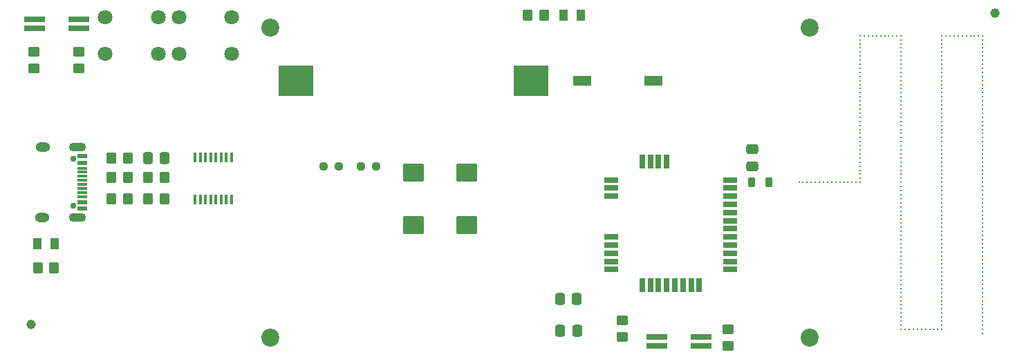
<source format=gbr>
%TF.GenerationSoftware,KiCad,Pcbnew,8.0.4*%
%TF.CreationDate,2024-08-17T13:27:17+02:00*%
%TF.ProjectId,letterboxsensor,6c657474-6572-4626-9f78-73656e736f72,rev?*%
%TF.SameCoordinates,Original*%
%TF.FileFunction,Soldermask,Top*%
%TF.FilePolarity,Negative*%
%FSLAX46Y46*%
G04 Gerber Fmt 4.6, Leading zero omitted, Abs format (unit mm)*
G04 Created by KiCad (PCBNEW 8.0.4) date 2024-08-17 13:27:17*
%MOMM*%
%LPD*%
G01*
G04 APERTURE LIST*
G04 Aperture macros list*
%AMRoundRect*
0 Rectangle with rounded corners*
0 $1 Rounding radius*
0 $2 $3 $4 $5 $6 $7 $8 $9 X,Y pos of 4 corners*
0 Add a 4 corners polygon primitive as box body*
4,1,4,$2,$3,$4,$5,$6,$7,$8,$9,$2,$3,0*
0 Add four circle primitives for the rounded corners*
1,1,$1+$1,$2,$3*
1,1,$1+$1,$4,$5*
1,1,$1+$1,$6,$7*
1,1,$1+$1,$8,$9*
0 Add four rect primitives between the rounded corners*
20,1,$1+$1,$2,$3,$4,$5,0*
20,1,$1+$1,$4,$5,$6,$7,0*
20,1,$1+$1,$6,$7,$8,$9,0*
20,1,$1+$1,$8,$9,$2,$3,0*%
G04 Aperture macros list end*
%ADD10C,2.200000*%
%ADD11C,1.152000*%
%ADD12RoundRect,0.250000X-0.450000X0.350000X-0.450000X-0.350000X0.450000X-0.350000X0.450000X0.350000X0*%
%ADD13RoundRect,0.250000X-0.350000X-0.450000X0.350000X-0.450000X0.350000X0.450000X-0.350000X0.450000X0*%
%ADD14RoundRect,0.250000X0.450000X-0.350000X0.450000X0.350000X-0.450000X0.350000X-0.450000X-0.350000X0*%
%ADD15RoundRect,0.250000X-0.337500X-0.475000X0.337500X-0.475000X0.337500X0.475000X-0.337500X0.475000X0*%
%ADD16RoundRect,0.250000X0.337500X0.475000X-0.337500X0.475000X-0.337500X-0.475000X0.337500X-0.475000X0*%
%ADD17RoundRect,0.250000X-1.025000X0.875000X-1.025000X-0.875000X1.025000X-0.875000X1.025000X0.875000X0*%
%ADD18C,0.750013*%
%ADD19O,2.100000X1.100000*%
%ADD20O,1.800000X1.200000*%
%ADD21R,1.300000X0.600000*%
%ADD22R,1.300000X0.300000*%
%ADD23C,1.800000*%
%ADD24RoundRect,0.237500X0.250000X0.237500X-0.250000X0.237500X-0.250000X-0.237500X0.250000X-0.237500X0*%
%ADD25R,1.000000X1.399543*%
%ADD26R,4.200000X3.800000*%
%ADD27R,1.800000X0.800000*%
%ADD28R,0.800000X1.800000*%
%ADD29RoundRect,0.250000X0.475000X-0.337500X0.475000X0.337500X-0.475000X0.337500X-0.475000X-0.337500X0*%
%ADD30C,0.300000*%
%ADD31R,2.500000X0.650013*%
%ADD32R,2.300000X1.300000*%
%ADD33RoundRect,0.218750X0.218750X0.381250X-0.218750X0.381250X-0.218750X-0.381250X0.218750X-0.381250X0*%
%ADD34RoundRect,0.250000X0.350000X0.450000X-0.350000X0.450000X-0.350000X-0.450000X0.350000X-0.450000X0*%
%ADD35R,0.400000X1.200000*%
G04 APERTURE END LIST*
D10*
%TO.C,H4*%
X168000000Y-84000000D03*
%TD*%
%TO.C,H3*%
X168000000Y-46000000D03*
%TD*%
%TO.C,H2*%
X102000000Y-84000000D03*
%TD*%
%TO.C,H1*%
X102000000Y-46000000D03*
%TD*%
D11*
%TO.C,H6*%
X72650000Y-82380000D03*
%TD*%
%TO.C,H5*%
X190730000Y-44200000D03*
%TD*%
D12*
%TO.C,R10*%
X78500000Y-49000000D03*
X78500000Y-51000000D03*
%TD*%
D13*
%TO.C,R12*%
X87000000Y-67000000D03*
X89000000Y-67000000D03*
%TD*%
%TO.C,R5*%
X133500000Y-44500000D03*
X135500000Y-44500000D03*
%TD*%
D14*
%TO.C,R9*%
X73000000Y-51000000D03*
X73000000Y-49000000D03*
%TD*%
D15*
%TO.C,C1*%
X137450000Y-83150000D03*
X139525000Y-83150000D03*
%TD*%
D16*
%TO.C,C3*%
X89037500Y-62000000D03*
X86962500Y-62000000D03*
%TD*%
D17*
%TO.C,C4*%
X119500000Y-63800000D03*
X119500000Y-70200000D03*
%TD*%
D18*
%TO.C,U1*%
X77812948Y-62100965D03*
X77812948Y-67881001D03*
D19*
X78313049Y-60665989D03*
D20*
X74112948Y-60665989D03*
D19*
X78313049Y-69316002D03*
D20*
X74058947Y-69333985D03*
D21*
X78963037Y-61791085D03*
X78963037Y-62590932D03*
D22*
X78963037Y-63741046D03*
X78963037Y-64741046D03*
X78963037Y-65240919D03*
X78964053Y-66240665D03*
D21*
X78963291Y-67391034D03*
X78963037Y-68190881D03*
D22*
X78963037Y-66741046D03*
X78963037Y-65741046D03*
X78963037Y-64240919D03*
X78964053Y-63240919D03*
%TD*%
D23*
%TO.C,SW2*%
X90750064Y-44750064D03*
X97249936Y-44750064D03*
X90750064Y-49249936D03*
X97249936Y-49249936D03*
%TD*%
D24*
%TO.C,R3*%
X114912500Y-63000000D03*
X113087500Y-63000000D03*
%TD*%
D13*
%TO.C,R1*%
X82500000Y-64350000D03*
X84500000Y-64350000D03*
%TD*%
D25*
%TO.C,D1*%
X140000000Y-44500000D03*
X137899416Y-44500000D03*
%TD*%
D26*
%TO.C,BT1*%
X133885065Y-52500000D03*
X105114935Y-52500000D03*
%TD*%
D17*
%TO.C,C5*%
X126000000Y-63800000D03*
X126000000Y-70200000D03*
%TD*%
D27*
%TO.C,U5*%
X158287656Y-75679959D03*
X158287656Y-74679959D03*
X158287656Y-73679959D03*
X158287656Y-72679959D03*
X158287656Y-71679959D03*
X158287656Y-70679959D03*
X158287656Y-69679959D03*
X158287656Y-68679959D03*
X158287656Y-67679959D03*
X158287656Y-66679959D03*
X158287656Y-65679959D03*
X158287656Y-64679959D03*
D28*
X150500000Y-62431293D03*
X149500000Y-62431293D03*
X148500000Y-62431293D03*
X147500000Y-62431293D03*
D27*
X143712598Y-64679959D03*
X143712344Y-65679451D03*
X143712598Y-66679959D03*
X143712598Y-71679959D03*
X143712598Y-72679959D03*
X143712598Y-73679959D03*
X143712598Y-74679959D03*
X143712598Y-75679959D03*
D28*
X147500000Y-77568707D03*
X148500000Y-77568707D03*
X149500000Y-77568707D03*
X150500000Y-77568707D03*
X151500000Y-77568707D03*
X152500000Y-77568707D03*
X153500000Y-77568707D03*
X154500000Y-77568707D03*
%TD*%
D29*
%TO.C,C6*%
X161000000Y-63000000D03*
X161000000Y-60925000D03*
%TD*%
D24*
%TO.C,R4*%
X110325000Y-63000000D03*
X108500000Y-63000000D03*
%TD*%
D30*
%TO.C,AE1*%
X189200000Y-47000000D03*
X188700000Y-47000000D03*
X188200000Y-47000000D03*
X187700000Y-47000000D03*
X187200000Y-47000000D03*
X186700000Y-47000000D03*
X186200000Y-47000000D03*
X185700000Y-47000000D03*
X185200000Y-47000000D03*
X184700000Y-47000000D03*
X184200000Y-47000000D03*
X179200000Y-47000000D03*
X178700000Y-47000000D03*
X178200000Y-47000000D03*
X177700000Y-47000000D03*
X177200000Y-47000000D03*
X176700000Y-47000000D03*
X176200000Y-47000000D03*
X175700000Y-47000000D03*
X175200000Y-47000000D03*
X174700000Y-47000000D03*
X174200000Y-47000000D03*
X189200000Y-47500000D03*
X184200000Y-47500000D03*
X179200000Y-47500000D03*
X174200000Y-47500000D03*
X189200000Y-48000000D03*
X184200000Y-48000000D03*
X179200000Y-48000000D03*
X174200000Y-48000000D03*
X189200000Y-48500000D03*
X184200000Y-48500000D03*
X179200000Y-48500000D03*
X174200000Y-48500000D03*
X189200000Y-49000000D03*
X184200000Y-49000000D03*
X179200000Y-49000000D03*
X174200000Y-49000000D03*
X189200000Y-49500000D03*
X184200000Y-49500000D03*
X179200000Y-49500000D03*
X174200000Y-49500000D03*
X189200000Y-50000000D03*
X184200000Y-50000000D03*
X179200000Y-50000000D03*
X174200000Y-50000000D03*
X189200000Y-50500000D03*
X184200000Y-50500000D03*
X179200000Y-50500000D03*
X174200000Y-50500000D03*
X189200000Y-51000000D03*
X184200000Y-51000000D03*
X179200000Y-51000000D03*
X174200000Y-51000000D03*
X189200000Y-51500000D03*
X184200000Y-51500000D03*
X179200000Y-51500000D03*
X174200000Y-51500000D03*
X189200000Y-52000000D03*
X184200000Y-52000000D03*
X179200000Y-52000000D03*
X174200000Y-52000000D03*
X189200000Y-52500000D03*
X184200000Y-52500000D03*
X179200000Y-52500000D03*
X174200000Y-52500000D03*
X189200000Y-53000000D03*
X184200000Y-53000000D03*
X179200000Y-53000000D03*
X174200000Y-53000000D03*
X189200000Y-53500000D03*
X184200000Y-53500000D03*
X179200000Y-53500000D03*
X174200000Y-53500000D03*
X189200000Y-54000000D03*
X184200000Y-54000000D03*
X179200000Y-54000000D03*
X174200000Y-54000000D03*
X189200000Y-54500000D03*
X184200000Y-54500000D03*
X179200000Y-54500000D03*
X174200000Y-54500000D03*
X189200000Y-55000000D03*
X184200000Y-55000000D03*
X179200000Y-55000000D03*
X174200000Y-55000000D03*
X189200000Y-55500000D03*
X184200000Y-55500000D03*
X179200000Y-55500000D03*
X174200000Y-55500000D03*
X189200000Y-56000000D03*
X184200000Y-56000000D03*
X179200000Y-56000000D03*
X174200000Y-56000000D03*
X189200000Y-56500000D03*
X184200000Y-56500000D03*
X179200000Y-56500000D03*
X174200000Y-56500000D03*
X189200000Y-57000000D03*
X184200000Y-57000000D03*
X179200000Y-57000000D03*
X174200000Y-57000000D03*
X189200000Y-57500000D03*
X184200000Y-57500000D03*
X179200000Y-57500000D03*
X174200000Y-57500000D03*
X189200000Y-58000000D03*
X184200000Y-58000000D03*
X179200000Y-58000000D03*
X174200000Y-58000000D03*
X189200000Y-58500000D03*
X184200000Y-58500000D03*
X179200000Y-58500000D03*
X174200000Y-58500000D03*
X189200000Y-59000000D03*
X184200000Y-59000000D03*
X179200000Y-59000000D03*
X174200000Y-59000000D03*
X189200000Y-59500000D03*
X184200000Y-59500000D03*
X179200000Y-59500000D03*
X174200000Y-59500000D03*
X189200000Y-60000000D03*
X184200000Y-60000000D03*
X179200000Y-60000000D03*
X174200000Y-60000000D03*
X189200000Y-60500000D03*
X184200000Y-60500000D03*
X179200000Y-60500000D03*
X174200000Y-60500000D03*
X189200000Y-61000000D03*
X184200000Y-61000000D03*
X179200000Y-61000000D03*
X174200000Y-61000000D03*
X189200000Y-61500000D03*
X184200000Y-61500000D03*
X179200000Y-61500000D03*
X174200000Y-61500000D03*
X189200000Y-62000000D03*
X184200000Y-62000000D03*
X179200000Y-62000000D03*
X174200000Y-62000000D03*
X189200000Y-62500000D03*
X184200000Y-62500000D03*
X179200000Y-62500000D03*
X174200000Y-62500000D03*
X189200000Y-63000000D03*
X184200000Y-63000000D03*
X179200000Y-63000000D03*
X174200000Y-63000000D03*
X189200000Y-63500000D03*
X184200000Y-63500000D03*
X179200000Y-63500000D03*
X174200000Y-63500000D03*
X189200000Y-64000000D03*
X184200000Y-64000000D03*
X179200000Y-64000000D03*
X174200000Y-64000000D03*
X189200000Y-64500000D03*
X184200000Y-64500000D03*
X179200000Y-64500000D03*
X174200000Y-64500000D03*
X189200000Y-65000000D03*
X184200000Y-65000000D03*
X179200000Y-65000000D03*
X174200000Y-65000000D03*
X173700000Y-65000000D03*
X173200000Y-65000000D03*
X172700000Y-65000000D03*
X172200000Y-65000000D03*
X171700000Y-65000000D03*
X171200000Y-65000000D03*
X170700000Y-65000000D03*
X170200000Y-65000000D03*
X169700000Y-65000000D03*
X169200000Y-65000000D03*
X168700000Y-65000000D03*
X168200000Y-65000000D03*
X167700000Y-65000000D03*
X167200000Y-65000000D03*
X166700000Y-65000000D03*
X189200000Y-65500000D03*
X184200000Y-65500000D03*
X179200000Y-65500000D03*
X189200000Y-66000000D03*
X184200000Y-66000000D03*
X179200000Y-66000000D03*
X189200000Y-66500000D03*
X184200000Y-66500000D03*
X179200000Y-66500000D03*
X189200000Y-67000000D03*
X184200000Y-67000000D03*
X179200000Y-67000000D03*
X189200000Y-67500000D03*
X184200000Y-67500000D03*
X179200000Y-67500000D03*
X189200000Y-68000000D03*
X184200000Y-68000000D03*
X179200000Y-68000000D03*
X189200000Y-68500000D03*
X184200000Y-68500000D03*
X179200000Y-68500000D03*
X189200000Y-69000000D03*
X184200000Y-69000000D03*
X179200000Y-69000000D03*
X189200000Y-69500000D03*
X184200000Y-69500000D03*
X179200000Y-69500000D03*
X189200000Y-70000000D03*
X184200000Y-70000000D03*
X179200000Y-70000000D03*
X189200000Y-70500000D03*
X184200000Y-70500000D03*
X179200000Y-70500000D03*
X189200000Y-71000000D03*
X184200000Y-71000000D03*
X179200000Y-71000000D03*
X189200000Y-71500000D03*
X184200000Y-71500000D03*
X179200000Y-71500000D03*
X189200000Y-72000000D03*
X184200000Y-72000000D03*
X179200000Y-72000000D03*
X189200000Y-72500000D03*
X184200000Y-72500000D03*
X179200000Y-72500000D03*
X189200000Y-73000000D03*
X184200000Y-73000000D03*
X179200000Y-73000000D03*
X189200000Y-73500000D03*
X184200000Y-73500000D03*
X179200000Y-73500000D03*
X189200000Y-74000000D03*
X184200000Y-74000000D03*
X179200000Y-74000000D03*
X189200000Y-74500000D03*
X184200000Y-74500000D03*
X179200000Y-74500000D03*
X189200000Y-75000000D03*
X184200000Y-75000000D03*
X179200000Y-75000000D03*
X189200000Y-75500000D03*
X184200000Y-75500000D03*
X179200000Y-75500000D03*
X189200000Y-76000000D03*
X184200000Y-76000000D03*
X179200000Y-76000000D03*
X189200000Y-76500000D03*
X184200000Y-76500000D03*
X179200000Y-76500000D03*
X189200000Y-77000000D03*
X184200000Y-77000000D03*
X179200000Y-77000000D03*
X189200000Y-77500000D03*
X184200000Y-77500000D03*
X179200000Y-77500000D03*
X189200000Y-78000000D03*
X184200000Y-78000000D03*
X179200000Y-78000000D03*
X189200000Y-78500000D03*
X184200000Y-78500000D03*
X179200000Y-78500000D03*
X189200000Y-79000000D03*
X184200000Y-79000000D03*
X179200000Y-79000000D03*
X189200000Y-79500000D03*
X184200000Y-79500000D03*
X179200000Y-79500000D03*
X189200000Y-80000000D03*
X184200000Y-80000000D03*
X179200000Y-80000000D03*
X189200000Y-80500000D03*
X184200000Y-80500000D03*
X179200000Y-80500000D03*
X189200000Y-81000000D03*
X184200000Y-81000000D03*
X179200000Y-81000000D03*
X189200000Y-81500000D03*
X184200000Y-81500000D03*
X179200000Y-81500000D03*
X189200000Y-82000000D03*
X184200000Y-82000000D03*
X179200000Y-82000000D03*
X189200000Y-82500000D03*
X184200000Y-82500000D03*
X179200000Y-82500000D03*
X189200000Y-83000000D03*
X184200000Y-83000000D03*
X183700000Y-83000000D03*
X183200000Y-83000000D03*
X182700000Y-83000000D03*
X182200000Y-83000000D03*
X181700000Y-83000000D03*
X181200000Y-83000000D03*
X180700000Y-83000000D03*
X180200000Y-83000000D03*
X179700000Y-83000000D03*
X179200000Y-83000000D03*
X189200000Y-83500000D03*
%TD*%
D15*
%TO.C,C2*%
X137412500Y-79300000D03*
X139487500Y-79300000D03*
%TD*%
D31*
%TO.C,U2*%
X149299975Y-83949962D03*
X149299975Y-85049784D03*
X154700025Y-85050038D03*
X154700025Y-83949962D03*
%TD*%
D32*
%TO.C,SW3*%
X148875032Y-52500000D03*
X140124968Y-52500000D03*
%TD*%
D33*
%TO.C,L1*%
X163000000Y-65000000D03*
X160875000Y-65000000D03*
%TD*%
D23*
%TO.C,SW1*%
X81750064Y-44750064D03*
X88249936Y-44750064D03*
X81750064Y-49249936D03*
X88249936Y-49249936D03*
%TD*%
D14*
%TO.C,R8*%
X158000000Y-85000000D03*
X158000000Y-83000000D03*
%TD*%
D13*
%TO.C,FB1*%
X82500000Y-62000000D03*
X84500000Y-62000000D03*
%TD*%
D25*
%TO.C,D2*%
X75550292Y-72500000D03*
X73449708Y-72500000D03*
%TD*%
D13*
%TO.C,R11*%
X87000000Y-64350000D03*
X89000000Y-64350000D03*
%TD*%
D34*
%TO.C,R6*%
X75500000Y-75500000D03*
X73500000Y-75500000D03*
%TD*%
D12*
%TO.C,R7*%
X145100000Y-81900000D03*
X145100000Y-83900000D03*
%TD*%
D35*
%TO.C,U4*%
X92777500Y-67100000D03*
X93412500Y-67100000D03*
X94047500Y-67100000D03*
X94682500Y-67100000D03*
X95317500Y-67100000D03*
X95952500Y-67100000D03*
X96587500Y-67100000D03*
X97222500Y-67100000D03*
X97222500Y-61900000D03*
X96587500Y-61900000D03*
X95952500Y-61900000D03*
X95317500Y-61900000D03*
X94682500Y-61900000D03*
X94047500Y-61900000D03*
X93412500Y-61900000D03*
X92777500Y-61900000D03*
%TD*%
D13*
%TO.C,R2*%
X82500000Y-67000000D03*
X84500000Y-67000000D03*
%TD*%
D31*
%TO.C,U3*%
X73099950Y-45000000D03*
X73099950Y-46099822D03*
X78500000Y-46100076D03*
X78500000Y-45000000D03*
%TD*%
M02*

</source>
